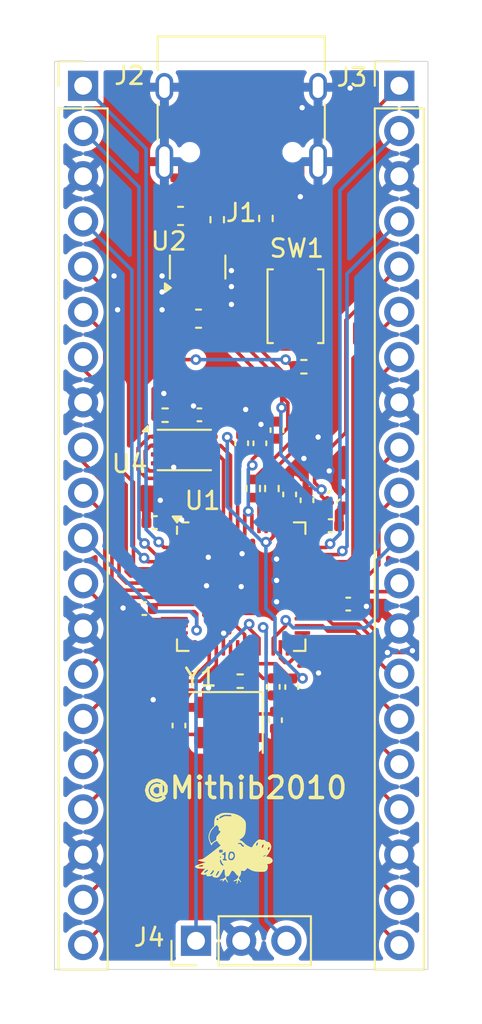
<source format=kicad_pcb>
(kicad_pcb (version 20241229) (generator "pcbnew") (generator_version "9.0")
  (layers (0 "F.Cu" signal) (2 "B.Cu" signal) (13 "F.Paste" user) (15 "B.Paste" user) (5 "F.SilkS" user "F.Silkscreen") (7 "B.SilkS" user "B.Silkscreen") (1 "F.Mask" user) (3 "B.Mask" user) (25 "Edge.Cuts" user))
  (net 0 "")
  (net 1 "GND")
  (net 2 "+3V3")
  (net 3 "+1V1")
  (net 4 "VBUS")
  (net 5 "XIN")
  (net 6 "Net-(C16-Pad2)")
  (net 7 "Net-(J1-CC1)")
  (net 8 "Net-(J1-CC2)")
  (net 9 "GPIO12")
  (net 10 "GPIO6")
  (net 11 "GPIO11")
  (net 12 "GPIO8")
  (net 13 "GPIO1")
  (net 14 "GPIO13")
  (net 15 "GPIO3")
  (net 16 "GPIO5")
  (net 17 "GPIO0")
  (net 18 "GPIO9")
  (net 19 "GPIO2")
  (net 20 "GPIO10")
  (net 21 "GPIO7")
  (net 22 "GPIO4")
  (net 23 "GPIO15")
  (net 24 "GPIO14")
  (net 25 "GPIO29_ADC3")
  (net 26 "GPIO18")
  (net 27 "SWCLK")
  (net 28 "GPIO27_ADC1")
  (net 29 "GPIO28_ADC2")
  (net 30 "GPIO26_ADC0")
  (net 31 "GPIO19")
  (net 32 "GPIO21")
  (net 33 "GPIO17")
  (net 34 "GPIO22")
  (net 35 "GPIO16")
  (net 36 "GPIO20")
  (net 37 "RUN")
  (net 39 "GPIO23")
  (net 40 "GPIO24")
  (net 41 "SWD")
  (net 42 "Net-(U1-USB_DP)")
  (net 43 "Net-(U1-USB_DM)")
  (net 44 "XOUT")
  (net 45 "QSPI_SS")
  (net 46 "Net-(R6-Pad2)")
  (net 47 "QSPI_SCLK")
  (net 48 "QSPI_SD2")
  (net 49 "QSPI_SD1")
  (net 50 "QSPI_SD0")
  (net 51 "QSPI_SD3")
  (net 52 "USB_D+")
  (net 53 "USB_D-")
  (footprint "Capacitor_SMD:C_0402_1005Metric" (layer "F.Cu") (at 154.425 103.55 90)
    (property "Reference" "C6" (hide yes))
    (property "Value" "0.1uF")
  )
  (footprint "Capacitor_SMD:C_0402_1005Metric" (layer "F.Cu") (at 157.075 106.75 90)
    (property "Reference" "C5" (hide yes))
    (property "Value" "0.1uF")
  )
  (footprint "Capacitor_SMD:C_0603_1608Metric" (layer "F.Cu") (at 149.965 90.78 180)
    (property "Reference" "C13" (hide yes))
    (property "Value" "10uF")
  )
  (footprint "Capacitor_SMD:C_0402_1005Metric" (layer "F.Cu") (at 148.525 108 180)
    (property "Reference" "C4" (hide yes))
    (property "Value" "0.1uF")
  )
  (footprint "Capacitor_SMD:C_0402_1005Metric" (layer "F.Cu") (at 155.175 117.23 -90)
    (property "Reference" "C2" (hide yes))
    (property "Value" "0.1uF")
  )
  (footprint "Crystal:Crystal_SMD_3225-4Pin_3.2x2.5mm" (layer "F.Cu") (at 152.525 119.23 180)
    (property "Reference" "Y1")
    (property "Value" "12 MHz")
  )
  (footprint "Capacitor_SMD:C_0402_1005Metric" (layer "F.Cu") (at 158.575 106.525 45)
    (property "Reference" "C1" (hide yes))
    (property "Value" "1uF")
  )
  (footprint "Capacitor_SMD:C_0402_1005Metric" (layer "F.Cu") (at 155.385 102.81 90)
    (property "Reference" "C7" (hide yes))
    (property "Value" "0.1uF")
  )
  (footprint "Resistor_SMD:R_0402_1005Metric" (layer "F.Cu") (at 149.095 101.97)
    (property "Reference" "R7" (hide yes))
    (property "Value" "10K")
  )
  (footprint "Capacitor_SMD:C_0402_1005Metric" (layer "F.Cu") (at 149.875 119.4 -90)
    (property "Reference" "C15" (hide yes))
    (property "Value" "33pF")
  )
  (footprint "Resistor_SMD:R_0402_1005Metric" (layer "F.Cu") (at 156.9 99.25)
    (property "Reference" "R6" (hide yes))
    (property "Value" "1K")
  )
  (footprint "Capacitor_SMD:C_0402_1005Metric" (layer "F.Cu") (at 156.1 106.42 90)
    (property "Reference" "C11" (hide yes))
    (property "Value" "0.1uF")
  )
  (footprint "Capacitor_SMD:C_0402_1005Metric" (layer "F.Cu") (at 156.215 117.24 -90)
    (property "Reference" "C10" (hide yes))
    (property "Value" "1uF")
  )
  (footprint "Button_Switch_SMD:SW_Push_SPST_NO_Alps_SKRK" (layer "F.Cu") (at 156.425 95.85 -90)
    (property "Reference" "SW1")
    (property "Value" "SW_Push")
  )
  (footprint "LOGO" (layer "F.Cu") (at 152.94 126.05)
    (property "Reference" "G***" (hide yes))
    (property "Value" "LOGO" (hide yes))
  )
  (footprint "Connector_PinHeader_2.54mm:PinHeader_1x03_P2.54mm_Vertical" (layer "F.Cu") (at 150.835 131.49 90)
    (property "Reference" "J4")
    (property "Value" "Conn_01x03")
  )
  (footprint "Resistor_SMD:R_0402_1005Metric" (layer "F.Cu") (at 153.315 116.91 180)
    (property "Reference" "R5" (hide yes))
    (property "Value" "1K")
  )
  (footprint "Capacitor_SMD:C_0603_1608Metric" (layer "F.Cu") (at 150.975 96.55 180)
    (property "Reference" "C14" (hide yes))
    (property "Value" "10uF")
  )
  (footprint "Resistor_SMD:R_0402_1005Metric" (layer "F.Cu") (at 154.765 90.92 -90)
    (property "Reference" "R2" (hide yes))
    (property "Value" "5.1K")
  )
  (footprint "Resistor_SMD:R_0402_1005Metric" (layer "F.Cu") (at 154.05 106.09 -90)
    (property "Reference" "R3" (hide yes))
    (property "Value" "27" (hide yes))
  )
  (footprint "Package_DFN_QFN:QFN-56-1EP_7x7mm_P0.4mm_EP3.2x3.2mm" (layer "F.Cu") (at 153.375 111.6)
    (property "Reference" "U1")
    (property "Value" "RP2040")
  )
  (footprint "Connector_USB:USB_C_Receptacle_HRO_TYPE-C-31-M-12" (layer "F.Cu") (at 153.375 84.6 180)
    (property "Reference" "J1")
    (property "Value" "USB_C_Receptacle_USB2.0_14P")
  )
  (footprint "Capacitor_SMD:C_0402_1005Metric" (layer "F.Cu") (at 155.3 119.1 90)
    (property "Reference" "C16" (hide yes))
    (property "Value" "33pF")
  )
  (footprint "Capacitor_SMD:C_0402_1005Metric" (layer "F.Cu") (at 159.395 112.58)
    (property "Reference" "C9" (hide yes))
    (property "Value" "0.1uF")
  )
  (footprint "Connector_PinHeader_2.54mm:PinHeader_1x20_P2.54mm_Vertical" (layer "F.Cu") (at 162.265 83.47)
    (property "Reference" "J3")
    (property "Value" "Conn_01x20")
  )
  (footprint "Resistor_SMD:R_0402_1005Metric" (layer "F.Cu") (at 152.025 90.99 -90)
    (property "Reference" "R1" (hide yes))
    (property "Value" "5.1K")
  )
  (footprint "Capacitor_SMD:C_0402_1005Metric" (layer "F.Cu") (at 153.4 103.545 90)
    (property "Reference" "C12" (hide yes))
    (property "Value" "0.1uF")
  )
  (footprint "Capacitor_SMD:C_0402_1005Metric" (layer "F.Cu") (at 158.405 108.175)
    (property "Reference" "C8" (hide yes))
    (property "Value" "0.1uF")
  )
  (footprint "Resistor_SMD:R_0402_1005Metric" (layer "F.Cu") (at 155.1 106.09 -90)
    (property "Reference" "R4" (hide yes))
    (property "Value" "27")
  )
  (footprint "Capacitor_SMD:C_0402_1005Metric" (layer "F.Cu") (at 151.025 101.95 180)
    (property "Reference" "C17" (hide yes))
    (property "Value" "0.1uF")
  )
  (footprint "Connector_PinHeader_2.54mm:PinHeader_1x20_P2.54mm_Vertical" (layer "F.Cu") (at 144.485 83.47)
    (property "Reference" "J2")
    (property "Value" "Conn_01x20")
  )
  (footprint "Package_TO_SOT_SMD:SOT-23" (layer "F.Cu") (at 150.925 93.65 90)
    (property "Reference" "U2")
    (property "Value" "MCP1700x-330xxTT")
  )
  (footprint "Capacitor_SMD:C_0402_1005Metric" (layer "F.Cu") (at 147.925 112.83 180)
    (property "Reference" "C3" (hide yes))
    (property "Value" "0.1uF")
  )
  (footprint "Package_SON:Winbond_USON-8-1EP_3x2mm_P0.5mm_EP0.2x1.6mm" (layer "F.Cu") (at 150.175 103.925)
    (property "Reference" "U4")
    (property "Value" "W25Q16JVUXIQ TR")
  )
  (gr_rect (start 142.875 82.1) (end 163.875 133.1) (stroke (width 0.05)) (fill no) (layer "Edge.Cuts"))
  (gr_text "@Mithib2010" (at 147.7 123.6 0) (layer "F.SilkS") (effects (font (size 1.2 1.2) (thickness 0.2) (bold yes)) (justify left bottom)))
  (segment (start 154.425 102.548472) (end 154.486736 102.486736) (width 0.2) (layer "F.Cu") (net 1))
  (segment (start 158.885 107.115) (end 158.885 108.175) (width 0.2) (layer "F.Cu") (net 1))
  (segment (start 162.9 115.3) (end 163 115.2) (width 0.2) (layer "F.Cu") (net 1))
  (segment (start 156.1 105.2) (end 156.9 104.4) (width 0.2) (layer "F.Cu") (net 1))
  (segment (start 156.43 106.27) (end 156.1 105.94) (width 0.2) (layer "F.Cu") (net 1))
  (segment (start 146.763008 112.83) (end 146.733008 112.8) (width 0.2) (layer "F.Cu") (net 1))
  (segment (start 156.625 88.645) (end 156.625 89.625) (width 0.2) (layer "F.Cu") (net 1))
  (segment (start 150.545 101.595446) (end 150.690446 101.45) (width 0.2) (layer "F.Cu") (net 1))
  (segment (start 154.425 103.07) (end 154.425 102.548472) (width 0.2) (layer "F.Cu") (net 1))
  (segment (start 148.045 107.53) (end 148.825 106.75) (width 0.2) (layer "F.Cu") (net 1))
  (segment (start 152.375 114.227581) (end 152.375 115.0375) (width 0.2) (layer "F.Cu") (net 1))
  (segment (start 155.185 117.72) (end 155.175 117.71) (width 0.2) (layer "F.Cu") (net 1))
  (segment (start 155.385 102.33) (end 155.165 102.33) (width 0.2) (layer "F.Cu") (net 1))
  (segment (start 159.875 112.58) (end 160.288559 112.58) (width 0.2) (layer "F.Cu") (net 1))
  (segment (start 158.914411 105.689411) (end 158.325 105.1) (width 0.2) (layer "F.Cu") (net 1))
  (segment (start 158.914411 106.185589) (end 158.914411 107.085589) (width 0.2) (layer "F.Cu") (net 1))
  (segment (start 148.045 108) (end 148.045 107.53) (width 0.2) (layer "F.Cu") (net 1))
  (segment (start 158.914411 107.085589) (end 158.885 107.115) (width 0.2) (layer "F.Cu") (net 1))
  (segment (start 157.075 104.575) (end 156.9 104.4) (width 0.2) (layer "F.Cu") (net 1))
  (segment (start 156.215 117.72) (end 155.185 117.72) (width 0.2) (layer "F.Cu") (net 1))
  (segment (start 155.165 102.33) (end 154.425 103.07) (width 0.2) (layer "F.Cu") (net 1))
  (segment (start 157.075 106.27) (end 156.43 106.27) (width 0.2) (layer "F.Cu") (net 1))
  (segment (start 154.425 103.07) (end 153.405 103.07) (width 0.2) (layer "F.Cu") (net 1))
  (segment (start 152.387649 114.214932) (end 152.375 114.227581) (width 0.2) (layer "F.Cu") (net 1))
  (segment (start 151.425 117.398527) (end 151.535 117.288527) (width 0.2) (layer "F.Cu") (net 1))
  (segment (start 160.288559 112.58) (end 160.415 112.706441) (width 0.2) (layer "F.Cu") (net 1))
  (segment (start 150.545 101.95) (end 150.545 101.595446) (width 0.2) (layer "F.Cu") (net 1))
  (segment (start 148.75 104.675) (end 149.35853 104.675) (width 0.2) (layer "F.Cu") (net 1))
  (segment (start 158.914411 106.185589) (end 158.914411 105.689411) (width 0.2) (layer "F.Cu") (net 1))
  (segment (start 153.405 103.07) (end 153.4 103.065) (width 0.2) (layer "F.Cu") (net 1))
  (segment (start 156.1 105.94) (end 156.1 105.2) (width 0.2) (layer "F.Cu") (net 1))
  (segment (start 162.265 113.95) (end 162.265 114.63) (width 0.2) (layer "F.Cu") (net 1))
  (segment (start 157.075 106.27) (end 157.075 104.575) (width 0.2) (layer "F.Cu") (net 1))
  (segment (start 161.595 115.3) (end 162.9 115.3) (width 0.2) (layer "F.Cu") (net 1))
  (segment (start 147.445 112.83) (end 146.763008 112.83) (width 0.2) (layer "F.Cu") (net 1))
  (segment (start 149.35853 104.675) (end 149.579265 104.895735) (width 0.2) (layer "F.Cu") (net 1))
  (segment (start 156.625 89.625) (end 156.7 89.7) (width 0.2) (layer "F.Cu") (net 1))
  (via (at 156.8 84.7) (size 0.6) (drill 0.3) (layers "F.Cu" "B.Cu") (net 1))
  (via (at 146.225 94.15) (size 0.6) (drill 0.3) (layers "F.Cu" "B.Cu") (net 1))
  (via (at 155.363561 112.45) (size 0.6) (drill 0.3) (layers "F.Cu" "B.Cu") (net 1))
  (via (at 151.535 117.288527) (size 0.6) (drill 0.3) (layers "F.Cu" "B.Cu") (net 1))
  (via (at 158.325 105.1) (size 0.6) (drill 0.3) (layers "F.Cu" "B.Cu") (net 1))
  (via (at 150.025 107.85) (size 0.6) (drill 0.3) (layers "F.Cu" "B.Cu") (net 1))
  (via (at 155.363561 111.25) (size 0.6) (drill 0.3) (layers "F.Cu" "B.Cu") (net 1))
  (via (at 153.625 101.65) (size 0.6) (drill 0.3) (layers "F.Cu" "B.Cu") (net 1))
  (via (at 148.825 106.75) (size 0.6) (drill 0.3) (layers "F.Cu" "B.Cu") (net 1))
  (via (at 157.725 116.45) (size 0.6) (drill 0.3) (layers "F.Cu" "B.Cu") (net 1))
  (via (at 160.415 112.706441) (size 0.6) (drill 0.3) (layers "F.Cu" "B.Cu") (net 1))
  (via (at 157.7 103.2) (size 0.6) (drill 0.3) (layers "F.Cu" "B.Cu") (net 1))
  (via (at 153.425 109.75) (size 0.6) (drill 0.3) (layers "F.Cu" "B.Cu") (net 1))
  (via (at 148.925 96.05) (size 0.6) (drill 0.3) (layers "F.Cu" "B.Cu") (net 1))
  (via (at 146.425 96.05) (size 0.6) (drill 0.3) (layers "F.Cu" "B.Cu") (net 1))
  (via (at 151.525 109.95) (size 0.6) (drill 0.3) (layers "F.Cu" "B.Cu") (net 1))
  (via (at 152.825 93.85) (size 0.6) (drill 0.3) (layers "F.Cu" "B.Cu") (net 1))
  (via (at 156.7 89.7) (size 0.6) (drill 0.3) (layers "F.Cu" "B.Cu") (net 1))
  (via (at 148.425 117.95) (size 0.6) (drill 0.3) (layers "F.Cu" "B.Cu") (net 1))
  (via (at 156.9 104.4) (size 0.6) (drill 0.3) (layers "F.Cu" "B.Cu") (net 1))
  (via (at 153.375 111.6) (size 0.6) (drill 0.3) (layers "F.Cu" "B.Cu") (net 1))
  (via (at 159.5 83.6) (size 0.6) (drill 0.3) (layers "F.Cu" "B.Cu") (net 1))
  (via (at 150.690446 101.45) (size 0.6) (drill 0.3) (layers "F.Cu" "B.Cu") (net 1))
  (via (at 152.825 95.75) (size 0.6) (drill 0.3) (layers "F.Cu" "B.Cu") (net 1))
  (via (at 154.486736 102.486736) (size 0.6) (drill 0.3) (layers "F.Cu" "B.Cu") (net 1))
  (via (at 148.925 94.15) (size 0.6) (drill 0.3) (layers "F.Cu" "B.Cu") (net 1))
  (via (at 152.387649 114.214932) (size 0.6) (drill 0.3) (layers "F.Cu" "B.Cu") (net 1))
  (via (at 149.025 100.75) (size 0.6) (drill 0.3) (layers "F.Cu" "B.Cu") (net 1))
  (via (at 148.925 95.05) (size 0.6) (drill 0.3) (layers "F.Cu" "B.Cu") (net 1))
  (via (at 163 115.2) (size 0.6) (drill 0.3) (layers "F.Cu" "B.Cu") (net 1))
  (via (at 146.733008 112.8) (size 0.6) (drill 0.3) (layers "F.Cu" "B.Cu") (net 1))
  (via (at 152.825 94.75) (size 0.6) (drill 0.3) (layers "F.Cu" "B.Cu") (net 1))
  (via (at 161.595 115.3) (size 0.6) (drill 0.3) (layers "F.Cu" "B.Cu") (net 1))
  (via (at 149.579265 104.895735) (size 0.6) (drill 0.3) (layers "F.Cu" "B.Cu") (net 1))
  (via (at 155.363561 110.05) (size 0.6) (drill 0.3) (layers "F.Cu" "B.Cu") (net 1))
  (via (at 151.425 111.55) (size 0.6) (drill 0.3) (layers "F.Cu" "B.Cu") (net 1))
  (segment (start 153.625 101.65) (end 153.65 101.65) (width 0.2) (layer "B.Cu") (net 1))
  (segment (start 153.65 101.65) (end 154.486736 102.486736) (width 0.2) (layer "B.Cu") (net 1))
  (segment (start 151.276 112.959242) (end 150.866758 112.55) (width 0.2) (layer "F.Cu") (net 2))
  (segment (start 149.005 108) (end 149.005 108.0675) (width 0.2) (layer "F.Cu") (net 2))
  (segment (start 150.725 112.55) (end 150.725 108.949) (width 0.2) (layer "F.Cu") (net 2))
  (segment (start 156.237439 112.6) (end 156.026 112.388561) (width 0.2) (layer "F.Cu") (net 2))
  (segment (start 157.6375 108.175) (end 156.8125 109) (width 0.2) (layer "F.Cu") (net 2))
  (segment (start 150.866758 112.55) (end 150.725 112.55) (width 0.2) (layer "F.Cu") (net 2))
  (segment (start 155.996 101.271) (end 155.655 100.93) (width 0.2) (layer "F.Cu") (net 2))
  (segment (start 156.8125 112.6) (end 156.237439 112.6) (width 0.2) (layer "F.Cu") (net 2))
  (segment (start 153.999387 104.455613) (end 154.425 104.03) (width 0.2) (layer "F.Cu") (net 2))
  (segment (start 151.276 113.201) (end 151.276 112.959242) (width 0.2) (layer "F.Cu") (net 2))
  (segment (start 155.575 108.1625) (end 156.1425 108.1625) (width 0.2) (layer "F.Cu") (net 2))
  (segment (start 149.005 108.0675) (end 149.9375 109) (width 0.2) (layer "F.Cu") (net 2))
  (segment (start 155.655 100.93) (end 155.3125 100.5875) (width 0.2) (layer "F.Cu") (net 2))
  (segment (start 151.75 97.025) (end 151.75 96.55) (width 0.2) (layer "F.Cu") (net 2))
  (segment (start 155.3125 100.812443) (end 155.3125 100.5875) (width 0.2) (layer "F.Cu") (net 2))
  (segment (start 156.1425 108.1625) (end 157.075 107.23) (width 0.2) (layer "F.Cu") (net 2))
  (segment (start 153.575 115.0375) (end 153.575 114.3) (width 0.2) (layer "F.Cu") (net 2))
  (segment (start 155.3125 100.5875) (end 151.75 97.025) (width 0.2) (layer "F.Cu") (net 2))
  (segment (start 157.686 105.94345) (end 157.5 105.75745) (width 0.2) (layer "F.Cu") (net 2))
  (segment (start 153.575 108.7) (end 153.326 108.949) (width 0.2) (layer "F.Cu") (net 2))
  (segment (start 153.575 108.1625) (end 153.575 108.7) (width 0.2) (layer "F.Cu") (net 2))
  (segment (start 149.9375 112.6) (end 148.635 112.6) (width 0.2) (layer "F.Cu") (net 2))
  (segment (start 150.725 108.949) (end 149.9885 108.949) (width 0.2) (layer "F.Cu") (net 2))
  (segment (start 158.235589 106.864411) (end 158.235589 107.864411) (width 0.2) (layer "F.Cu") (net 2))
  (segment (start 157.885 106.513822) (end 158.235589 106.864411) (width 0.2) (layer "F.Cu") (net 2))
  (segment (start 153.575 114.3) (end 152.776 113.501) (width 0.2) (layer "F.Cu") (net 2))
  (segment (start 153.326 108.949) (end 150.725 108.949) (width 0.2) (layer "F.Cu") (net 2))
  (segment (start 156.175 109) (end 156.8125 109) (width 0.2) (layer "F.Cu") (net 2))
  (segment (start 152.291 102.484) (end 153.640943 102.484) (width 0.2) (layer "F.Cu") (net 2))
  (segment (start 159.261 102.939) (end 159.261 96.634) (width 0.2) (layer "F.Cu") (net 2))
  (segment (start 154.104 116.289) (end 154.1069 116.289) (width 0.2) (layer "F.Cu") (net 2))
  (segment (start 157.885 106.153231) (end 157.686 105.954231) (width 0.2) (layer "F.Cu") (net 2))
  (segment (start 153.575 115.76) (end 153.795 115.98) (width 0.2) (layer "F.Cu") (net 2))
  (segment (start 158.895 112.6) (end 158.915 112.58) (width 0.2) (layer "F.Cu") (net 2))
  (segment (start 155.385 103.29) (end 155.996 102.679) (width 0.2) (layer "F.Cu") (net 2))
  (segment (start 153.640943 102.484) (end 155.3125 100.812443) (width 0.2) (layer "F.Cu") (net 2))
  (segment (start 155.655 101.54) (end 155.645 101.55) (width 0.2) (layer "F.Cu") (net 2))
  (segment (start 153.975 107.564082) (end 153.775 107.364082) (width 0.2) (layer "F.Cu") (net 2))
  (segment (start 151.505 101.95) (end 151.505 101.229105) (width 0.2) (layer "F.Cu") (net 2))
  (segment (start 153.575 115.0375) (end 153.575 115.76) (width 0.2) (layer "F.Cu") (net 2))
  (segment (start 151.875 94.5875) (end 151.875 96.425) (width 0.2) (layer "F.Cu") (net 2))
  (segment (start 152.776 113.501) (end 151.576 113.501) (width 0.2) (layer "F.Cu") (net 2))
  (segment (start 155.345 103.29) (end 155.165 103.29) (width 0.2) (layer "F.Cu") (net 2))
  (segment (start 155.175 116.75) (end 154.60534 116.75) (width 0.2) (layer "F.Cu") (net 2))
  (segment (start 151.505 103.08) (end 151.6 103.175) (width 0.2) (layer "F.Cu") (net 2))
  (segment (start 151.505 101.95) (end 151.505 103.08) (width 0.2) (layer "F.Cu") (net 2))
  (segment (start 157.885 106.153231) (end 157.885 106.513822) (width 0.2) (layer "F.Cu") (net 2))
  (segment (start 151.6 103.175) (end 152.291 102.484) (width 0.2) (layer "F.Cu") (net 2))
  (segment (start 156.026 112.388561) (end 156.026 109.149) (width 0.2) (layer "F.Cu") (net 2))
  (segment (start 155.165 103.29) (end 154.425 104.03) (width 0.2) (layer "F.Cu") (net 2))
  (segment (start 158.235589 106.864411) (end 157.440589 106.864411) (width 0.2) (layer "F.Cu") (net 2))
  (segment (start 151.576 113.501) (end 151.276 113.201) (width 0.2) (layer "F.Cu") (net 2))
  (segment (start 149.9375 112.6) (end 150.675 112.6) (width 0.2) (layer "F.Cu") (net 2))
  (segment (start 157.440589 106.864411) (end 157.075 107.23) (width 0.2) (layer "F.Cu") (net 2))
  (segment (start 153.575 107.564082) (end 153.775 107.364082) (width 0.2) (layer "F.Cu") (net 2))
  (segment (start 151.875 96.425) (end 151.75 96.55) (width 0.2) (layer "F.Cu") (net 2))
  (segment (start 157.5 105.75745) (end 157.5 104.7) (width 0.2) (layer "F.Cu") (net 2))
  (segment (start 149.9885 108.949) (end 149.9375 109) (width 0.2) (layer "F.Cu") (net 2))
  (segment (start 151.125895 100.85) (end 150.255 100.85) (width 0.2) (layer "F.Cu") (net 2))
  (segment (start 157.686 105.954231) (end 157.686 105.94345) (width 0.2) (layer "F.Cu") (net 2))
  (segment (start 153.795 115.98) (end 154.104 116.289) (width 0.2) (layer "F.Cu") (net 2))
  (segment (start 154.60534 116.75) (end 154.18634 116.331) (width 0.2) (layer "F.Cu") (net 2))
  (segment (start 150.255 100.85) (end 149.605 101.5) (width 0.2) (layer "F.Cu") (net 2))
  (segment (start 155.655 100.93) (end 155.655 101.54) (width 0.2) (layer "F.Cu") (net 2))
  (segment (start 158.235589 107.864411) (end 157.925 108.175) (width 0.2) (layer "F.Cu") (net 2))
  (segment (start 156.8125 112.6) (end 158.895 112.6) (width 0.2) (layer "F.Cu") (net 2))
  (segment (start 150.675 112.6) (end 150.725 112.55) (width 0.2) (layer "F.Cu") (net 2))
  (segment (start 148.635 112.6) (end 148.405 112.83) (width 0.2) (layer "F.Cu") (net 2))
  (segment (start 153.999387 104.782083) (end 153.999387 104.455613) (width 0.2) (layer "F.Cu") (net 2))
  (segment (start 157.5 104.7) (end 159.261 102.939) (width 0.2) (layer "F.Cu") (net 2))
  (segment (start 156.026 109.149) (end 156.175 109) (width 0.2) (layer "F.Cu") (net 2))
  (segment (start 149.605 101.5) (end 149.605 101.97) (width 0.2) (layer "F.Cu") (net 2))
  (segment (start 153.575 108.1625) (end 153.575 107.564082) (width 0.2) (layer "F.Cu") (net 2))
  (segment (start 155.996 102.679) (end 155.996 101.271) (width 0.2) (layer "F.Cu") (net 2))
  (segment (start 159.261 96.634) (end 162.265 93.63) (width 0.2) (layer "F.Cu") (net 2))
  (segment (start 157.925 108.175) (end 157.6375 108.175) (width 0.2) (layer "F.Cu") (net 2))
  (segment (start 151.505 101.229105) (end 151.125895 100.85) (width 0.2) (layer "F.Cu") (net 2))
  (segment (start 153.975 108.1625) (end 153.975 107.564082) (width 0.2) (layer "F.Cu") (net 2))
  (via (at 157.885 106.153231) (size 0.6) (drill 0.3) (layers "F.Cu" "B.Cu") (net 2))
  (via (at 153.775 107.364082) (size 0.6) (drill 0.3) (layers "F.Cu" "B.Cu") (net 2))
  (via (at 155.645 101.55) (size 0.6) (drill 0.3) (layers "F.Cu" "B.Cu") (net 2))
  (via (at 153.999387 104.782083) (size 0.6) (drill 0.3) (layers "F.Cu" "B.Cu") (net 2))
  (segment (start 155.605 104.205) (end 157.553231 106.153231) (width 0.2) (layer "B.Cu") (net 2))
  (segment (start 155.645 101.55) (end 155.605 101.59) (width 0.2) (layer "B.Cu") (net 2))
  (segment (start 155.605 101.59) (end 155.605 104.205) (width 0.2) (layer "B.Cu") (net 2))
  (segment (start 153.775 105.00647) (end 153.999387 104.782083) (width 0.2) (layer "B.Cu") (net 2))
  (segment (start 157.553231 106.153231) (end 157.885 106.153231) (width 0.2) (layer "B.Cu") (net 2))
  (segment (start 153.775 107.364082) (end 153.775 105.00647) (width 0.2) (layer "B.Cu") (net 2))
  (segment (start 156.815 116.76) (end 156.825 116.75) (width 0.2) (layer "F.Cu") (net 3))
  (segment (start 156.1579 116.76) (end 156.215 116.76) (width 0.2) (layer "F.Cu") (net 3))
  (segment (start 153.975 115.59) (end 154.315 115.93) (width 0.2) (layer "F.Cu") (net 3))
  (segment (start 155.175 107.59) (end 155.865 106.9) (width 0.2) (layer "F.Cu") (net 3))
  (segment (start 155.175 108.1625) (end 155.175 107.59) (width 0.2) (layer "F.Cu") (net 3))
  (segment (start 155.175 108.1625) (end 155.175 108.8) (width 0.2) (layer "F.Cu") (net 3))
  (segment (start 155.865 106.9) (end 156.1 106.9) (width 0.2) (layer "F.Cu") (net 3))
  (segment (start 155.3279 115.93) (end 156.1579 116.76) (width 0.2) (layer "F.Cu") (net 3))
  (segment (start 155.175 108.8) (end 154.875 109.1) (width 0.2) (layer "F.Cu") (net 3))
  (segment (start 153.4 104.025) (end 153.4 104.017589) (width 0.2) (layer "F.Cu") (net 3))
  (segment (start 154.875 109.1) (end 154.763561 109.1) (width 0.2) (layer "F.Cu") (net 3))
  (segment (start 153.175 104.25) (end 153.4 104.025) (width 0.2) (layer "F.Cu") (net 3))
  (segment (start 156.215 116.76) (end 156.815 116.76) (width 0.2) (layer "F.Cu") (net 3))
  (segment (start 153.975 115.0375) (end 153.975 115.59) (width 0.2) (layer "F.Cu") (net 3))
  (segment (start 154.315 115.93) (end 155.3279 115.93) (width 0.2) (layer "F.Cu") (net 3))
  (segment (start 153.4 104.017589) (end 152.590002 103.207591) (width 0.2) (layer "F.Cu") (net 3))
  (segment (start 153.175 108.1625) (end 153.175 104.25) (width 0.2) (layer "F.Cu") (net 3))
  (via (at 154.763561 109.1) (size 0.6) (drill 0.3) (layers "F.Cu" "B.Cu") (net 3))
  (via (at 152.590002 103.207591) (size 0.6) (drill 0.3) (layers "F.Cu" "B.Cu") (net 3))
  (via (at 156.825 116.75) (size 0.6) (drill 0.3) (layers "F.Cu" "B.Cu") (net 3))
  (segment (start 156.825 116.75) (end 155.27518 115.20018) (width 0.2) (layer "B.Cu") (net 3))
  (segment (start 152.675 107.2) (end 154.725 109.25) (width 0.2) (layer "B.Cu") (net 3))
  (segment (start 152.590002 107.115002) (end 152.675 107.2) (width 0.2) (layer "B.Cu") (net 3))
  (segment (start 155.27518 113.350123) (end 154.763561 112.838504) (width 0.2) (layer "B.Cu") (net 3))
  (segment (start 152.675 107.2) (end 154.575 109.1) (width 0.2) (layer "B.Cu") (net 3))
  (segment (start 154.763561 112.838504) (end 154.763561 109.1) (width 0.2) (layer "B.Cu") (net 3))
  (segment (start 152.590002 103.207591) (end 152.590002 107.115002) (width 0.2) (layer "B.Cu") (net 3))
  (segment (start 155.27518 115.20018) (end 155.27518 113.350123) (width 0.2) (layer "B.Cu") (net 3))
  (segment (start 154.875057 109.25) (end 155.000029 109.125028) (width 0.2) (layer "B.Cu") (net 3))
  (segment (start 154.575 109.1) (end 154.763561 109.1) (width 0.2) (layer "B.Cu") (net 3))
  (segment (start 154.725 109.25) (end 154.875057 109.25) (width 0.2) (layer "B.Cu") (net 3))
  (segment (start 150.925 89.32) (end 150.74 89.505) (width 0.2) (layer "F.Cu") (net 4))
  (segment (start 150.925 87.72) (end 150.925 88.645) (width 0.2) (layer "F.Cu") (net 4))
  (segment (start 150.74 92.5275) (end 150.925 92.7125) (width 0.2) (layer "F.Cu") (net 4))
  (segment (start 150.925 88.645) (end 150.925 89.32) (width 0.2) (layer "F.Cu") (net 4))
  (segment (start 157.649992 84.859) (end 160.876 84.859) (width 0.2) (layer "F.Cu") (net 4))
  (segment (start 150.74 90.78) (end 150.74 92.5275) (width 0.2) (layer "F.Cu") (net 4))
  (segment (start 155.589 88.409) (end 155.589 86.919992) (width 0.2) (layer "F.Cu") (net 4))
  (segment (start 155.825 88.645) (end 155.589 88.409) (width 0.2) (layer "F.Cu") (net 4))
  (segment (start 151.725008 86.919992) (end 150.925 87.72) (width 0.2) (layer "F.Cu") (net 4))
  (segment (start 155.589 86.919992) (end 151.725008 86.919992) (width 0.2) (layer "F.Cu") (net 4))
  (segment (start 160.876 84.859) (end 162.265 83.47) (width 0.2) (layer "F.Cu") (net 4))
  (segment (start 150.74 89.505) (end 150.74 90.78) (width 0.2) (layer "F.Cu") (net 4))
  (segment (start 155.589 86.919992) (end 157.649992 84.859) (width 0.2) (layer "F.Cu") (net 4))
  (segment (start 152.426 117.79484) (end 152.426 118.96516) (width 0.2) (layer "F.Cu") (net 5))
  (segment (start 150.065 119.9) (end 151.245 119.9) (width 0.2) (layer "F.Cu") (net 5))
  (segment (start 152.135 116.48) (end 152.135 117.50384) (width 0.2) (layer "F.Cu") (net 5))
  (segment (start 152.426 118.96516) (end 152.135 119.25616) (width 0.2) (layer "F.Cu") (net 5))
  (segment (start 152.135 117.50384) (end 152.426 117.79484) (width 0.2) (layer "F.Cu") (net 5))
  (segment (start 152.135 119.37) (end 151.425 120.08) (width 0.2) (layer "F.Cu") (net 5))
  (segment (start 152.135 119.25616) (end 152.135 119.37) (width 0.2) (layer "F.Cu") (net 5))
  (segment (start 149.875 119.71) (end 150.065 119.9) (width 0.2) (layer "F.Cu") (net 5))
  (segment (start 151.245 119.9) (end 151.425 120.08) (width 0.2) (layer "F.Cu") (net 5))
  (segment (start 152.775 115.84) (end 152.135 116.48) (width 0.2) (layer "F.Cu") (net 5))
  (segment (start 152.775 115.0375) (end 152.775 115.84) (width 0.2) (layer "F.Cu") (net 5))
  (segment (start 153.825 116.91) (end 153.825 118.18) (width 0.2) (layer "F.Cu") (net 6))
  (segment (start 153.995 118.75) (end 153.625 118.38) (width 0.2) (layer "F.Cu") (net 6))
  (segment (start 155.175 118.75) (end 153.995 118.75) (width 0.2) (layer "F.Cu") (net 6))
  (segment (start 153.825 118.18) (end 153.625 118.38) (width 0.2) (layer "F.Cu") (net 6))
  (segment (start 154.625 90.27) (end 154.765 90.41) (width 0.2) (layer "F.Cu") (net 7))
  (segment (start 154.625 88.645) (end 154.625 90.27) (width 0.2) (layer "F.Cu") (net 7))
  (segment (start 151.625 88.645) (end 151.625 90.08) (width 0.2) (layer "F.Cu") (net 8))
  (segment (start 151.625 90.08) (end 152.025 90.48) (width 0.2) (layer "F.Cu") (net 8))
  (segment (start 150.775 115.0375) (end 150.3995 114.662) (width 0.2) (layer "F.Cu") (net 9))
  (segment (start 150.3995 114.662) (end 147.4472 114.662) (width 0.2) (layer "F.Cu") (net 9))
  (segment (start 146.32455 115.78465) (end 146.32455 119.73045) (width 0.2) (layer "F.Cu") (net 9))
  (segment (start 146.32455 119.73045) (end 144.485 121.57) (width 0.2) (layer "F.Cu") (net 9))
  (segment (start 147.4472 114.662) (end 146.32455 115.78465) (width 0.2) (layer "F.Cu") (net 9))
  (segment (start 144.485 104.61) (end 144.485 103.79) (width 0.2) (layer "F.Cu") (net 10))
  (segment (start 146.106 106.231) (end 144.485 104.61) (width 0.2) (layer "F.Cu") (net 10))
  (segment (start 146.106 111.151) (end 146.106 106.231) (width 0.2) (layer "F.Cu") (net 10))
  (segment (start 149.9375 111.8) (end 146.755 111.8) (width 0.2) (layer "F.Cu") (net 10))
  (segment (start 146.755 111.8) (end 146.106 111.151) (width 0.2) (layer "F.Cu") (net 10))
  (segment (start 149.9375 114.2) (end 149.2921 114.2) (width 0.2) (layer "F.Cu") (net 11))
  (segment (start 145.92355 117.59145) (end 144.485 119.03) (width 0.2) (layer "F.Cu") (net 11))
  (segment (start 145.92355 115.61855) (end 145.92355 117.59145) (width 0.2) (layer "F.Cu") (net 11))
  (segment (start 149.2311 114.261) (end 147.2811 114.261) (width 0.2) (layer "F.Cu") (net 11))
  (segment (start 149.2921 114.2) (end 149.2311 114.261) (width 0.2) (layer "F.Cu") (net 11))
  (segment (start 147.2811 114.261) (end 145.92355 115.61855) (width 0.2) (layer "F.Cu") (net 11))
  (segment (start 150.875 113.125342) (end 150.749658 113) (width 0.2) (layer "F.Cu") (net 12))
  (segment (start 150.875 114.042096) (end 150.875 113.125342) (width 0.2) (layer "F.Cu") (net 12))
  (segment (start 150.749658 113) (end 149.9375 113) (width 0.2) (layer "F.Cu") (net 12))
  (segment (start 150.866075 114.051021) (end 150.875 114.042096) (width 0.2) (layer "F.Cu") (net 12))
  (via (at 150.866075 114.051021) (size 0.6) (drill 0.3) (layers "F.Cu" "B.Cu") (net 12))
  (segment (start 150.866075 113.344741) (end 150.518641 112.997307) (width 0.2) (layer "B.Cu") (net 12))
  (segment (start 148.612307 112.997307) (end 144.485 108.87) (width 0.2) (layer "B.Cu") (net 12))
  (segment (start 150.866075 114.051021) (end 150.866075 113.344741) (width 0.2) (layer "B.Cu") (net 12))
  (segment (start 150.518641 112.997307) (end 148.612307 112.997307) (width 0.2) (layer "B.Cu") (net 12))
  (segment (start 149.9375 109.8) (end 148.563529 109.8) (width 0.2) (layer "F.Cu") (net 13))
  (segment (start 148.563529 109.8) (end 147.939263 109.175734) (width 0.2) (layer "F.Cu") (net 13))
  (via (at 147.939263 109.175734) (size 0.6) (drill 0.3) (layers "F.Cu" "B.Cu") (net 13))
  (segment (start 147.625 108.861471) (end 147.625 89.15) (width 0.2) (layer "B.Cu") (net 13))
  (segment (start 147.939263 109.175734) (end 147.625 108.861471) (width 0.2) (layer "B.Cu") (net 13))
  (segment (start 147.625 89.15) (end 144.485 86.01) (width 0.2) (layer "B.Cu") (net 13))
  (segment (start 146.72555 121.86945) (end 144.485 124.11) (width 0.2) (layer "F.Cu") (net 14))
  (segment (start 146.72555 116.64945) (end 146.72555 121.86945) (width 0.2) (layer "F.Cu") (net 14))
  (segment (start 151.175 115.59) (end 150.655 116.11) (width 0.2) (layer "F.Cu") (net 14))
  (segment (start 147.265 116.11) (end 146.72555 116.64945) (width 0.2) (layer "F.Cu") (net 14))
  (segment (start 150.655 116.11) (end 147.265 116.11) (width 0.2) (layer "F.Cu") (net 14))
  (segment (start 151.175 115.0375) (end 151.175 115.59) (width 0.2) (layer "F.Cu") (net 14))
  (segment (start 146.547 104.9707) (end 146.547 100.3078) (width 0.2) (layer "F.Cu") (net 15))
  (segment (start 145.76355 94.90855) (end 144.485 93.63) (width 0.2) (layer "F.Cu") (net 15))
  (segment (start 145.76355 96.88145) (end 145.76355 94.90855) (width 0.2) (layer "F.Cu") (net 15))
  (segment (start 146.1626 97.2805) (end 145.76355 96.88145) (width 0.2) (layer "F.Cu") (net 15))
  (segment (start 149.9375 110.6) (end 147.415 110.6) (width 0.2) (layer "F.Cu") (net 15))
  (segment (start 147.415 110.6) (end 147.315 110.5) (width 0.2) (layer "F.Cu") (net 15))
  (segment (start 146.547 100.3078) (end 146.1626 99.9234) (width 0.2) (layer "F.Cu") (net 15))
  (segment (start 146.1626 99.9234) (end 146.1626 97.2805) (width 0.2) (layer "F.Cu") (net 15))
  (segment (start 147.315 110.5) (end 147.315 105.7387) (width 0.2) (layer "F.Cu") (net 15))
  (segment (start 147.315 105.7387) (end 146.547 104.9707) (width 0.2) (layer "F.Cu") (net 15))
  (segment (start 146.507 106.0649) (end 145.745 105.3029) (width 0.2) (layer "F.Cu") (net 16))
  (segment (start 144.485 99.38) (end 144.485 98.71) (width 0.2) (layer "F.Cu") (net 16))
  (segment (start 146.507 110.982) (end 146.507 106.0649) (width 0.2) (layer "F.Cu") (net 16))
  (segment (start 145.745 100.64) (end 144.485 99.38) (width 0.2) (layer "F.Cu") (net 16))
  (segment (start 145.745 105.3029) (end 145.745 100.64) (width 0.2) (layer "F.Cu") (net 16))
  (segment (start 146.925 111.4) (end 146.507 110.982) (width 0.2) (layer "F.Cu") (net 16))
  (segment (start 149.9375 111.4) (end 146.925 111.4) (width 0.2) (layer "F.Cu") (net 16))
  (segment (start 149.9375 109.4) (end 149.041315 109.4) (width 0.2) (layer "F.Cu") (net 17))
  (segment (start 149.041315 109.4) (end 148.735053 109.093738) (width 0.2) (layer "F.Cu") (net 17))
  (via (at 148.735053 109.093738) (size 0.6) (drill 0.3) (layers "F.Cu" "B.Cu") (net 17))
  (segment (start 148.026 87.011) (end 144.485 83.47) (width 0.2) (layer "B.Cu") (net 17))
  (segment (start 148.735053 109.093738) (end 148.026 108.384685) (width 0.2) (layer "B.Cu") (net 17))
  (segment (start 148.026 108.384685) (end 148.026 87.011) (width 0.2) (layer "B.Cu") (net 17))
  (segment (start 144.485 111.48755) (end 144.485 111.41) (width 0.2) (layer "F.Cu") (net 18))
  (segment (start 148.925 113.4) (end 148.874 113.451) (width 0.2) (layer "F.Cu") (net 18))
  (segment (start 149.9375 113.4) (end 148.925 113.4) (width 0.2) (layer "F.Cu") (net 18))
  (segment (start 146.44845 113.451) (end 144.485 111.48755) (width 0.2) (layer "F.Cu") (net 18))
  (segment (start 148.874 113.451) (end 146.44845 113.451) (width 0.2) (layer "F.Cu") (net 18))
  (segment (start 149.9375 110.2) (end 148.115 110.2) (width 0.2) (layer "F.Cu") (net 19))
  (segment (start 148.115 110.2) (end 147.915 110) (width 0.2) (layer "F.Cu") (net 19))
  (via (at 147.915 110) (size 0.6) (drill 0.3) (layers "F.Cu" "B.Cu") (net 19))
  (segment (start 147.224 109.309) (end 147.224 93.829) (width 0.2) (layer "B.Cu") (net 19))
  (segment (start 147.224 93.829) (end 144.485 91.09) (width 0.2) (layer "B.Cu") (net 19))
  (segment (start 147.915 110) (end 147.224 109.309) (width 0.2) (layer "B.Cu") (net 19))
  (segment (start 149.065 113.86) (end 147.115 113.86) (width 0.2) (layer "F.Cu") (net 20))
  (segment (start 149.9375 113.8) (end 149.125 113.8) (width 0.2) (layer "F.Cu") (net 20))
  (segment (start 149.125 113.8) (end 149.065 113.86) (width 0.2) (layer "F.Cu") (net 20))
  (segment (start 147.115 113.86) (end 144.485 116.49) (width 0.2) (layer "F.Cu") (net 20))
  (segment (start 145.705 107.55) (end 144.485 106.33) (width 0.2) (layer "F.Cu") (net 21))
  (segment (start 145.705 111.32) (end 145.705 107.55) (width 0.2) (layer "F.Cu") (net 21))
  (segment (start 146.585 112.2) (end 145.705 111.32) (width 0.2) (layer "F.Cu") (net 21))
  (segment (start 149.9375 112.2) (end 146.585 112.2) (width 0.2) (layer "F.Cu") (net 21))
  (segment (start 146.146 100.4739) (end 145.705 100.0329) (width 0.2) (layer "F.Cu") (net 22))
  (segment (start 145.705 100.0329) (end 145.705 97.39) (width 0.2) (layer "F.Cu") (net 22))
  (segment (start 146.146 105.1368) (end 146.146 100.4739) (width 0.2) (layer "F.Cu") (net 22))
  (segment (start 146.908 110.753) (end 146.908 105.8988) (width 0.2) (layer "F.Cu") (net 22))
  (segment (start 146.908 105.8988) (end 146.146 105.1368) (width 0.2) (layer "F.Cu") (net 22))
  (segment (start 149.9375 111) (end 147.155 111) (width 0.2) (layer "F.Cu") (net 22))
  (segment (start 147.155 111) (end 146.908 110.753) (width 0.2) (layer "F.Cu") (net 22))
  (segment (start 145.705 97.39) (end 144.485 96.17) (width 0.2) (layer "F.Cu") (net 22))
  (segment (start 147.52755 117.03745) (end 147.52755 128.68745) (width 0.2) (layer "F.Cu") (net 23))
  (segment (start 147.653 116.912) (end 147.52755 117.03745) (width 0.2) (layer "F.Cu") (net 23))
  (segment (start 147.52755 128.68745) (end 144.485 131.73) (width 0.2) (layer "F.Cu") (net 23))
  (segment (start 151.975 116) (end 151.063 116.912) (width 0.2) (layer "F.Cu") (net 23))
  (segment (start 151.975 115.0375) (end 151.975 116) (width 0.2) (layer "F.Cu") (net 23))
  (segment (start 151.063 116.912) (end 147.653 116.912) (width 0.2) (layer "F.Cu") (net 23))
  (segment (start 147.12655 116.81555) (end 147.12655 126.54845) (width 0.2) (layer "F.Cu") (net 24))
  (segment (start 151.575 115.0375) (end 151.575 115.82) (width 0.2) (layer "F.Cu") (net 24))
  (segment (start 147.12655 126.54845) (end 144.485 129.19) (width 0.2) (layer "F.Cu") (net 24))
  (segment (start 147.4311 116.511) (end 147.12655 116.81555) (width 0.2) (layer "F.Cu") (net 24))
  (segment (start 151.575 115.82) (end 150.884 116.511) (width 0.2) (layer "F.Cu") (net 24))
  (segment (start 150.884 116.511) (end 147.4311 116.511) (width 0.2) (layer "F.Cu") (net 24))
  (segment (start 158.166285 109.4) (end 158.373236 109.193049) (width 0.2) (layer "F.Cu") (net 25))
  (segment (start 156.8125 109.4) (end 158.166285 109.4) (width 0.2) (layer "F.Cu") (net 25))
  (via (at 158.373236 109.193049) (size 0.6) (drill 0.3) (layers "F.Cu" "B.Cu") (net 25))
  (segment (start 158.373236 109.193049) (end 158.925 108.641285) (width 0.2) (layer "B.Cu") (net 25))
  (segment (start 158.925 108.641285) (end 158.925 89.35) (width 0.2) (layer "B.Cu") (net 25))
  (segment (start 158.925 89.35) (end 162.265 86.01) (width 0.2) (layer "B.Cu") (net 25))
  (segment (start 159.6267 114.503) (end 159.792 114.6683) (width 0.2) (layer "F.Cu") (net 26))
  (segment (start 159.792 121.637) (end 162.265 124.11) (width 0.2) (layer "F.Cu") (net 26))
  (segment (start 159.792 114.6683) (end 159.792 115.2) (width 0.2) (layer "F.Cu") (net 26))
  (segment (start 159.575 114.503) (end 159.6267 114.503) (width 0.2) (layer "F.Cu") (net 26))
  (segment (start 157.1155 114.503) (end 159.575 114.503) (width 0.2) (layer "F.Cu") (net 26))
  (segment (start 159.792 115.2) (end 159.792 121.637) (width 0.2) (layer "F.Cu") (net 26))
  (segment (start 156.8125 114.2) (end 157.1155 114.503) (width 0.2) (layer "F.Cu") (net 26))
  (segment (start 154.375 115.0375) (end 154.375 114.5) (width 0.2) (layer "F.Cu") (net 27))
  (segment (start 153.823528 113.948528) (end 153.823528 113.699999) (width 0.2) (layer "F.Cu") (net 27))
  (segment (start 154.375 114.5) (end 153.823528 113.948528) (width 0.2) (layer "F.Cu") (net 27))
  (via (at 153.823528 113.699999) (size 0.6) (drill 0.3) (layers "F.Cu" "B.Cu") (net 27))
  (segment (start 150.835 116.688527) (end 150.835 131.49) (width 0.2) (layer "B.Cu") (net 27))
  (segment (start 153.823528 113.699999) (end 150.835 116.688527) (width 0.2) (layer "B.Cu") (net 27))
  (segment (start 156.8125 110.2) (end 159.375 110.2) (width 0.2) (layer "F.Cu") (net 28))
  (segment (start 159.375 110.2) (end 159.662 109.913) (width 0.2) (layer "F.Cu") (net 28))
  (segment (start 159.662 109.913) (end 159.662 98.773) (width 0.2) (layer "F.Cu") (net 28))
  (segment (start 159.662 98.773) (end 162.265 96.17) (width 0.2) (layer "F.Cu") (net 28))
  (segment (start 156.8125 109.8) (end 158.862 109.8) (width 0.2) (layer "F.Cu") (net 29))
  (segment (start 158.862 109.8) (end 159.062 109.6) (width 0.2) (layer "F.Cu") (net 29))
  (via (at 159.062 109.6) (size 0.6) (drill 0.3) (layers "F.Cu" "B.Cu") (net 29))
  (segment (start 159.062 109.6) (end 159.325 109.337) (width 0.2) (layer "B.Cu") (net 29))
  (segment (start 159.325 109.337) (end 159.325 94.03) (width 0.2) (layer "B.Cu") (net 29))
  (segment (start 159.325 94.03) (end 162.265 91.09) (width 0.2) (layer "B.Cu") (net 29))
  (segment (start 159.763 110.6) (end 160.063 110.3) (width 0.2) (layer "F.Cu") (net 30))
  (segment (start 156.8125 110.6) (end 159.763 110.6) (width 0.2) (layer "F.Cu") (net 30))
  (segment (start 160.063 110.3) (end 160.063 100.912) (width 0.2) (layer "F.Cu") (net 30))
  (segment (start 160.063 100.912) (end 162.265 98.71) (width 0.2) (layer "F.Cu") (net 30))
  (segment (start 160.193 114.5022) (end 160.193 119.498) (width 0.2) (layer "F.Cu") (net 31))
  (segment (start 158.247 114.102) (end 159.7928 114.102) (width 0.2) (layer "F.Cu") (net 31))
  (segment (start 156.8125 113.8) (end 157.945 113.8) (width 0.2) (layer "F.Cu") (net 31))
  (segment (start 160.193 119.498) (end 162.265 121.57) (width 0.2) (layer "F.Cu") (net 31))
  (segment (start 159.7928 114.102) (end 160.193 114.5022) (width 0.2) (layer "F.Cu") (net 31))
  (segment (start 157.945 113.8) (end 158.247 114.102) (width 0.2) (layer "F.Cu") (net 31))
  (segment (start 158.39745 113) (end 158.69745 113.3) (width 0.2) (layer "F.Cu") (net 32))
  (segment (start 156.8125 113) (end 158.39745 113) (width 0.2) (layer "F.Cu") (net 32))
  (segment (start 160.125 113.3) (end 160.995 114.17) (width 0.2) (layer "F.Cu") (net 32))
  (segment (start 158.69745 113.3) (end 160.125 113.3) (width 0.2) (layer "F.Cu") (net 32))
  (segment (start 160.995 115.695) (end 161.79 116.49) (width 0.2) (layer "F.Cu") (net 32))
  (segment (start 160.995 114.17) (end 160.995 115.695) (width 0.2) (layer "F.Cu") (net 32))
  (segment (start 161.79 116.49) (end 162.265 116.49) (width 0.2) (layer "F.Cu") (net 32))
  (segment (start 159.239 114.904) (end 159.391 115.056) (width 0.2) (layer "F.Cu") (net 33))
  (segment (start 159.391 115.056) (end 159.391 126.316) (width 0.2) (layer "F.Cu") (net 33))
  (segment (start 155.975 115.0375) (end 156.1085 114.904) (width 0.2) (layer "F.Cu") (net 33))
  (segment (start 156.1085 114.904) (end 159.239 114.904) (width 0.2) (layer "F.Cu") (net 33))
  (segment (start 159.391 126.316) (end 162.265 129.19) (width 0.2) (layer "F.Cu") (net 33))
  (segment (start 158.235 111.88) (end 161.795 111.88) (width 0.2) (layer "F.Cu") (net 34))
  (segment (start 156.8125 112.2) (end 157.915 112.2) (width 0.2) (layer "F.Cu") (net 34))
  (segment (start 161.795 111.88) (end 162.265 111.41) (width 0.2) (layer "F.Cu") (net 34))
  (segment (start 157.915 112.2) (end 158.235 111.88) (width 0.2) (layer "F.Cu") (net 34))
  (segment (start 155.575 115.0375) (end 155.575 115.61) (width 0.2) (layer "F.Cu") (net 35))
  (segment (start 158.825 115.305) (end 158.99 115.47) (width 0.2) (layer "F.Cu") (net 35))
  (segment (start 155.575 115.61) (end 155.825 115.86) (width 0.2) (layer "F.Cu") (net 35))
  (segment (start 155.825 115.86) (end 156.087774 115.86) (width 0.2) (layer "F.Cu") (net 35))
  (segment (start 156.642774 115.305) (end 158.825 115.305) (width 0.2) (layer "F.Cu") (net 35))
  (segment (start 156.087774 115.86) (end 156.642774 115.305) (width 0.2) (layer "F.Cu") (net 35))
  (segment (start 158.99 115.47) (end 158.99 128.455) (width 0.2) (layer "F.Cu") (net 35))
  (segment (start 158.99 128.455) (end 162.265 131.73) (width 0.2) (layer "F.Cu") (net 35))
  (segment (start 159.9589 113.701) (end 160.594 114.3361) (width 0.2) (layer "F.Cu") (net 36))
  (segment (start 158.516 113.701) (end 159.9589 113.701) (width 0.2) (layer "F.Cu") (net 36))
  (segment (start 160.594 114.3361) (end 160.594 117.359) (width 0.2) (layer "F.Cu") (net 36))
  (segment (start 160.594 117.359) (end 162.265 119.03) (width 0.2) (layer "F.Cu") (net 36))
  (segment (start 158.215 113.4) (end 158.516 113.701) (width 0.2) (layer "F.Cu") (net 36))
  (segment (start 156.8125 113.4) (end 158.215 113.4) (width 0.2) (layer "F.Cu") (net 36))
  (segment (start 155.87618 113.79882) (end 155.175 114.5) (width 0.2) (layer "F.Cu") (net 37))
  (segment (start 155.175 114.5) (end 155.175 115.0375) (width 0.2) (layer "F.Cu") (net 37))
  (segment (start 155.87618 113.489257) (end 155.87618 113.79882) (width 0.2) (layer "F.Cu") (net 37))
  (via (at 155.87618 113.489257) (size 0.6) (drill 0.3) (layers "F.Cu" "B.Cu") (net 37))
  (segment (start 161.015 110.12) (end 162.265 108.87) (width 0.2) (layer "B.Cu") (net 37))
  (segment (start 161.015 113.27) (end 161.015 110.12) (width 0.2) (layer "B.Cu") (net 37))
  (segment (start 155.87618 113.489257) (end 156.296923 113.91) (width 0.2) (layer "B.Cu") (net 37))
  (segment (start 160.645 113.64) (end 161.015 113.27) (width 0.2) (layer "B.Cu") (net 37))
  (segment (start 160.635 113.64) (end 160.645 113.64) (width 0.2) (layer "B.Cu") (net 37))
  (segment (start 160.365 113.91) (end 160.635 113.64) (width 0.2) (layer "B.Cu") (net 37))
  (segment (start 156.296923 113.91) (end 160.365 113.91) (width 0.2) (layer "B.Cu") (net 37))
  (segment (start 161.114 107.481) (end 162.265 106.33) (width 0.2) (layer "F.Cu") (net 39))
  (segment (start 156.8125 111.8) (end 157.607 111.8) (width 0.2) (layer "F.Cu") (net 39))
  (segment (start 160.0952 111.402) (end 161.114 110.3832) (width 0.2) (layer "F.Cu") (net 39))
  (segment (start 161.114 110.3832) (end 161.114 107.481) (width 0.2) (layer "F.Cu") (net 39))
  (segment (start 158.005 111.402) (end 160.0952 111.402) (width 0.2) (layer "F.Cu") (net 39))
  (segment (start 157.607 111.8) (end 158.005 111.402) (width 0.2) (layer "F.Cu") (net 39))
  (segment (start 156.8125 111.4) (end 157.375 111.4) (width 0.2) (layer "F.Cu") (net 40))
  (segment (start 160.464 105.591) (end 162.265 103.79) (width 0.2) (layer "F.Cu") (net 40))
  (segment (start 160.464 110.4661) (end 160.464 105.591) (width 0.2) (layer "F.Cu") (net 40))
  (segment (start 157.375 111.4) (end 157.774 111.001) (width 0.2) (layer "F.Cu") (net 40))
  (segment (start 157.774 111.001) (end 159.9291 111.001) (width 0.2) (layer "F.Cu") (net 40))
  (segment (start 159.9291 111.001) (end 160.464 110.4661) (width 0.2) (layer "F.Cu") (net 40))
  (segment (start 154.775 114.05147) (end 154.775 115.0375) (width 0.2) (layer "F.Cu") (net 41))
  (segment (start 154.608101 113.884572) (end 154.775 114.05147) (width 0.2) (layer "F.Cu") (net 41))
  (via (at 154.608101 113.884572) (size 0.6) (drill 0.3) (layers "F.Cu" "B.Cu") (net 41))
  (segment (start 154.775417 130.350417) (end 155.915 131.49) (width 0.2) (layer "B.Cu") (net 41))
  (segment (start 154.775417 114.051888) (end 154.775417 130.350417) (width 0.2) (layer "B.Cu") (net 41))
  (segment (start 154.608101 113.884572) (end 154.775417 114.051888) (width 0.2) (layer "B.Cu") (net 41))
  (segment (start 154.375 106.925) (end 154.05 106.6) (width 0.2) (layer "F.Cu") (net 42))
  (segment (start 154.375 108.1625) (end 154.375 106.925) (width 0.2) (layer "F.Cu") (net 42))
  (segment (start 154.775 106.925) (end 155.1 106.6) (width 0.2) (layer "F.Cu") (net 43))
  (segment (start 154.775 108.1625) (end 154.775 106.925) (width 0.2) (layer "F.Cu") (net 43))
  (segment (start 153.175 115.0375) (end 153.175 116.54) (width 0.2) (layer "F.Cu") (net 44))
  (segment (start 153.175 116.54) (end 152.805 116.91) (width 0.2) (layer "F.Cu") (net 44))
  (segment (start 156.205 99.183274) (end 155.871726 98.85) (width 0.2) (layer "F.Cu") (net 45))
  (segment (start 150.124997 98.85) (end 148.824997 100.15) (width 0.2) (layer "F.Cu") (net 45))
  (segment (start 150.775 107.51) (end 149.825 106.56) (width 0.2) (layer "F.Cu") (net 45))
  (segment (start 148.585 101.97) (end 148.585 103.01) (width 0.2) (layer "F.Cu") (net 45))
  (segment (start 148.424 100.501057) (end 148.424 101.809) (width 0.2) (layer "F.Cu") (net 45))
  (segment (start 147.574 103.818102) (end 148.217102 103.175) (width 0.2) (layer "F.Cu") (net 45))
  (segment (start 149.825 106.56) (end 149.825 106.5571) (width 0.2) (layer "F.Cu") (net 45))
  (segment (start 147.574 105.031898) (end 147.574 103.818102) (width 0.2) (layer "F.Cu") (net 45))
  (segment (start 148.585 103.01) (end 148.75 103.175) (width 0.2) (layer "F.Cu") (net 45))
  (segment (start 149.825 106.5571) (end 148.78645 105.51855) (width 0.2) (layer "F.Cu") (net 45))
  (segment (start 148.060652 105.51855) (end 147.574 105.031898) (width 0.2) (layer "F.Cu") (net 45))
  (segment (start 148.775057 100.15) (end 148.424 100.501057) (width 0.2) (layer "F.Cu") (net 45))
  (segment (start 148.424 101.809) (end 148.585 101.97) (width 0.2) (layer "F.Cu") (net 45))
  (segment (start 156.205 99.25) (end 156.205 99.183274) (width 0.2) (layer "F.Cu") (net 45))
  (segment (start 148.78645 105.51855) (end 148.060652 105.51855) (width 0.2) (layer "F.Cu") (net 45))
  (segment (start 148.824997 100.15) (end 148.775057 100.15) (width 0.2) (layer "F.Cu") (net 45))
  (segment (start 150.825 98.85) (end 150.124997 98.85) (width 0.2) (layer "F.Cu") (net 45))
  (segment (start 148.217102 103.175) (end 148.75 103.175) (width 0.2) (layer "F.Cu") (net 45))
  (segment (start 150.775 108.1625) (end 150.775 107.51) (width 0.2) (layer "F.Cu") (net 45))
  (via (at 150.825 98.85) (size 0.6) (drill 0.3) (layers "F.Cu" "B.Cu") (net 45))
  (via (at 155.871726 98.85) (size 0.6) (drill 0.3) (layers "F.Cu" "B.Cu") (net 45))
  (segment (start 150.825 98.85) (end 155.871726 98.85) (width 0.2) (layer "B.Cu") (net 45))
  (segment (start 157.225 98.75) (end 156.425 97.95) (width 0.2) (layer "F.Cu") (net 46))
  (segment (start 157.225 99.25) (end 157.225 98.75) (width 0.2) (layer "F.Cu") (net 46))
  (segment (start 152.375 108.1625) (end 152.375 104.484202) (width 0.2) (layer "F.Cu") (net 47))
  (segment (start 152.065798 104.175) (end 151.6 104.175) (width 0.2) (layer "F.Cu") (net 47))
  (segment (start 152.375 104.484202) (end 152.065798 104.175) (width 0.2) (layer "F.Cu") (net 47))
  (segment (start 150.849 106.4469) (end 150.849 103.274) (width 0.2) (layer "F.Cu") (net 48))
  (segment (start 149.948 102.65) (end 149.774 102.824) (width 0.2) (layer "F.Cu") (net 48))
  (segment (start 151.575 108.1625) (end 151.575 107.1729) (width 0.2) (layer "F.Cu") (net 48))
  (segment (start 150.849 103.274) (end 150.225 102.65) (width 0.2) (layer "F.Cu") (net 48))
  (segment (start 150.225 102.65) (end 149.948 102.65) (width 0.2) (layer "F.Cu") (net 48))
  (segment (start 149.774 102.824) (end 149.774 103.616798) (width 0.2) (layer "F.Cu") (net 48))
  (segment (start 149.774 103.616798) (end 149.215798 104.175) (width 0.2) (layer "F.Cu") (net 48))
  (segment (start 151.575 107.1729) (end 150.849 106.4469) (width 0.2) (layer "F.Cu") (net 48))
  (segment (start 149.215798 104.175) (end 148.75 104.175) (width 0.2) (layer "F.Cu") (net 48))
  (segment (start 151.175 108.1625) (end 151.175 107.34) (width 0.2) (layer "F.Cu") (net 49))
  (segment (start 148.210202 105.101) (end 147.999 104.889798) (width 0.2) (layer "F.Cu") (net 49))
  (segment (start 147.999 104.841798) (end 147.975 104.865798) (width 0.2) (layer "F.Cu") (net 49))
  (segment (start 148.284202 103.675) (end 148.75 103.675) (width 0.2) (layer "F.Cu") (net 49))
  (segment (start 151.175 107.34) (end 148.936 105.101) (width 0.2) (layer "F.Cu") (net 49))
  (segment (start 147.999 104.889798) (end 147.999 104.841798) (width 0.2) (layer "F.Cu") (net 49))
  (segment (start 147.975 103.984202) (end 148.284202 103.675) (width 0.2) (layer "F.Cu") (net 49))
  (segment (start 148.936 105.101) (end 148.210202 105.101) (width 0.2) (layer "F.Cu") (net 49))
  (segment (start 147.975 104.865798) (end 147.975 103.984202) (width 0.2) (layer "F.Cu") (net 49))
  (segment (start 151.35 106.2) (end 151.35 104.925) (width 0.2) (layer "F.Cu") (net 50))
  (segment (start 151.975 108.1625) (end 151.975 106.825) (width 0.2) (layer "F.Cu") (net 50))
  (segment (start 151.35 104.925) (end 151.6 104.675) (width 0.2) (layer "F.Cu") (net 50))
  (segment (start 151.975 106.825) (end 151.35 106.2) (width 0.2) (layer "F.Cu") (net 50))
  (segment (start 152.213798 103.675) (end 151.6 103.675) (width 0.2) (layer "F.Cu") (net 51))
  (segment (start 152.775 104.236202) (end 152.213798 103.675) (width 0.2) (layer "F.Cu") (net 51))
  (segment (start 152.775 108.1625) (end 152.775 104.236202) (width 0.2) (layer "F.Cu") (net 51))
  (segment (start 153.576 89.671) (end 153.625 89.622) (width 0.2) (layer "F.Cu") (net 52))
  (segment (start 152.674 89.671) (end 153.576 89.671) (width 0.2) (layer "F.Cu") (net 52))
  (segment (start 156.4 103.23) (end 154.05 105.58) (width 0.2) (layer "F.Cu") (net 52))
  (segment (start 152.625 89.622) (end 152.674 89.671) (width 0.2) (layer "F.Cu") (net 52))
  (segment (start 153.625 88.645) (end 153.625 89.732501) (width 0.2) (layer "F.Cu") (net 52))
  (segment (start 153.625 89.732501) (end 153.65 89.757501) (width 0.2) (layer "F.Cu") (net 52))
  (segment (start 153.625 89.622) (end 153.625 88.645) (width 0.2) (layer "F.Cu") (net 52))
  (segment (start 153.65 89.757501) (end 153.65 98.113198) (width 0.2) (layer "F.Cu") (net 52))
  (segment (start 153.65 98.113198) (end 156.4 100.863198) (width 0.2) (layer "F.Cu") (net 52))
  (segment (start 152.625 88.645) (end 152.625 89.622) (width 0.2) (layer "F.Cu") (net 52))
  (segment (start 156.4 100.863198) (end 156.4 103.23) (width 0.2) (layer "F.Cu") (net 52))
  (segment (start 154.125 88.645) (end 154.125 89.732501) (width 0.2) (layer "F.Cu") (net 53))
  (segment (start 154.125 87.668) (end 154.125 88.645) (width 0.2) (layer "F.Cu") (net 53))
  (segment (start 154.1 89.757501) (end 154.1 92.806431) (width 0.2) (layer "F.Cu") (net 53))
  (segment (start 154.1 93.624203) (end 154.1 94.006431) (width 0.2) (layer "F.Cu") (net 53))
  (segment (start 153.125 87.668) (end 153.174 87.619) (width 0.2) (layer "F.Cu") (net 53))
  (segment (start 154.317772 93.024203) (end 154.317772 93.406431) (width 0.2) (layer "F.Cu") (net 53))
  (segment (start 156.85 100.676802) (end 156.85 103.416397) (width 0.2) (layer "F.Cu") (net 53))
  (segment (start 154.076 87.619) (end 154.125 87.668) (width 0.2) (layer "F.Cu") (net 53))
  (segment (start 153.125 88.645) (end 153.125 87.668) (width 0.2) (layer "F.Cu") (net 53))
  (segment (start 154.1 97.926802) (end 156.85 100.676802) (width 0.2) (layer "F.Cu") (net 53))
  (segment (start 156.85 103.416397) (end 155.1 105.166397) (width 0.2) (layer "F.Cu") (net 53))
  (segment (start 154.125 89.732501) (end 154.1 89.757501) (width 0.2) (layer "F.Cu") (net 53))
  (segment (start 155.1 105.166397) (end 155.1 105.58) (width 0.2) (layer "F.Cu") (net 53))
  (segment (start 154.1 94.356899) (end 154.1 97.926802) (width 0.2) (layer "F.Cu") (net 53))
  (segment (start 153.174 87.619) (end 154.076 87.619) (width 0.2) (layer "F.Cu") (net 53))
  (segment (start 154.1 94.006431) (end 154.1 94.356899) (width 0.2) (layer "F.Cu") (net 53))
  (arc (start 154.317772 93.406431) (mid 154.28588 93.483425) (end 154.208886 93.515317) (width 0.2) (layer "F.Cu") (net 53))
  (arc (start 154.1 92.806431) (mid 154.131892 92.883425) (end 154.208886 92.915317) (width 0.2) (layer "F.Cu") (net 53))
  (arc (start 154.208886 92.915317) (mid 154.28588 92.947209) (end 154.317772 93.024203) (width 0.2) (layer "F.Cu") (net 53))
  (arc (start 154.208886 93.515317) (mid 154.131892 93.547209) (end 154.1 93.624203) (width 0.2) (layer "F.Cu") (net 53))
  (zone (net 1) (net_name "GND") (layers "F.Cu" "B.Cu") (connect_pads (clearance 0.3)) (min_thickness 0.25) (fill yes (thermal_gap 0.3) (thermal_bridge_width 0.5) (island_removal_mode 1) (island_area_min 10))
    (polygon (pts (xy 142.725 81.95) (xy 164.025 81.95) (xy 164.025 133.25) (xy 142.725 133.25)))
  )
)
</source>
